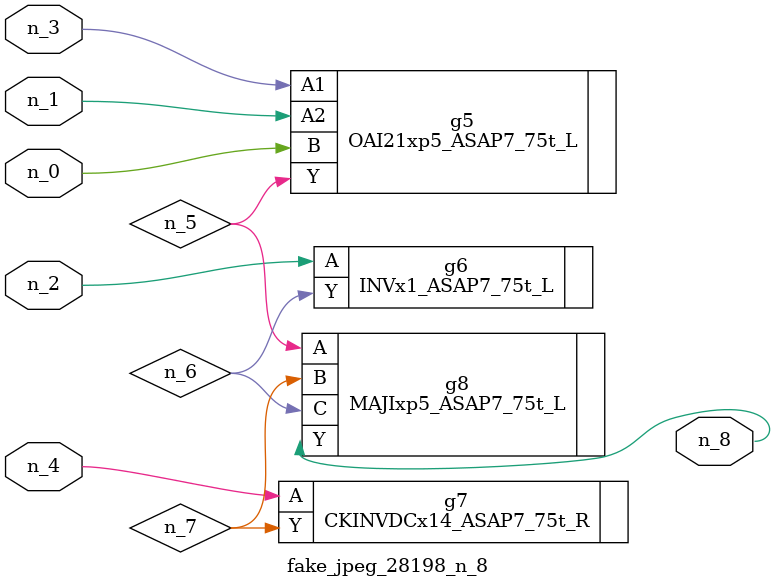
<source format=v>
module fake_jpeg_28198_n_8 (n_3, n_2, n_1, n_0, n_4, n_8);

input n_3;
input n_2;
input n_1;
input n_0;
input n_4;

output n_8;

wire n_6;
wire n_5;
wire n_7;

OAI21xp5_ASAP7_75t_L g5 ( 
.A1(n_3),
.A2(n_1),
.B(n_0),
.Y(n_5)
);

INVx1_ASAP7_75t_L g6 ( 
.A(n_2),
.Y(n_6)
);

CKINVDCx14_ASAP7_75t_R g7 ( 
.A(n_4),
.Y(n_7)
);

MAJIxp5_ASAP7_75t_L g8 ( 
.A(n_5),
.B(n_7),
.C(n_6),
.Y(n_8)
);


endmodule
</source>
